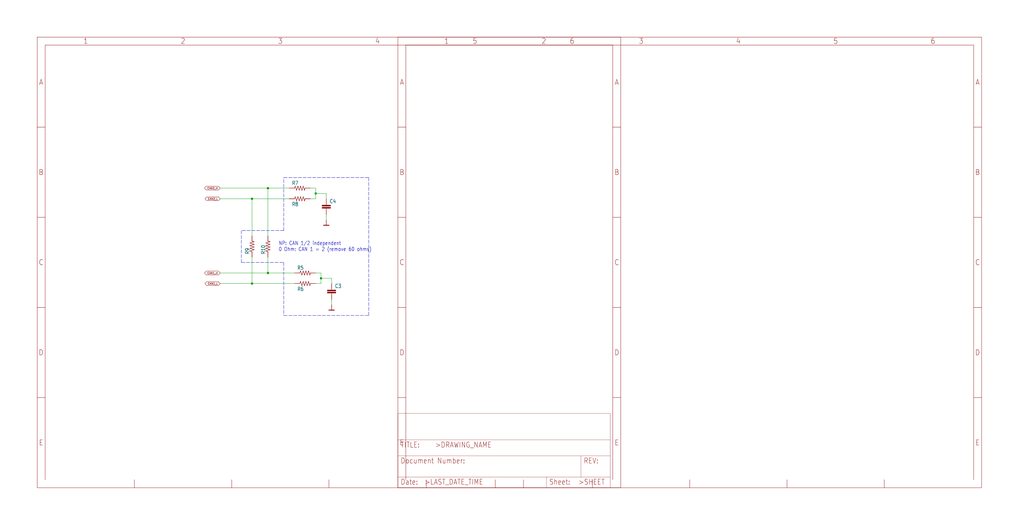
<source format=kicad_sch>
(kicad_sch (version 20211123) (generator eeschema)
  (paper "User" 490.22 254.406)
  (lib_symbols
    (symbol "oresat0-1u-backplane-eagle-import:C-EU0603-C-NOSILK"
      (property "Reference" "C" (at 1.524 0.381 0))
      (property "Value" "C-EU0603-C-NOSILK" (at 1.524 -4.699 0))
      (symbol "C-EU0603-C-NOSILK_1_0"
        (rectangle (start -2.032 -2.032) (end 2.032 -1.524) (fill (type outline)))
        (rectangle (start -2.032 -1.016) (end 2.032 -0.508) (fill (type outline)))
        (polyline (pts (xy 0 -2.54) (xy 0 -2.032)) (stroke (width 0.1524)))
        (polyline (pts (xy 0 0) (xy 0 -0.508)) (stroke (width 0.1524)))
        (pin passive line (at 0 2.54 270) (length 2.54) (name "1") (number "1"))
        (pin passive line (at 0 -5.08 90) (length 2.54) (name "2") (number "2"))
      )
    )
    (symbol "oresat0-1u-backplane-eagle-import:FRAME_A_L"
      (symbol "FRAME_A_L_0_0"
        (polyline (pts (xy 0 43.18) (xy 3.81 43.18)))
        (polyline (pts (xy 0 86.36) (xy 3.81 86.36)))
        (polyline (pts (xy 0 129.54) (xy 3.81 129.54)))
        (polyline (pts (xy 0 172.72) (xy 3.81 172.72)))
        (polyline (pts (xy 3.81 3.81) (xy 3.81 212.09)))
        (polyline (pts (xy 46.5667 0) (xy 46.5667 3.81)))
        (polyline (pts (xy 93.1333 0) (xy 93.1333 3.81)))
        (polyline (pts (xy 139.7 0) (xy 139.7 3.81)))
        (polyline (pts (xy 186.2667 0) (xy 186.2667 3.81)))
        (polyline (pts (xy 232.8333 0) (xy 232.8333 3.81)))
        (polyline (pts (xy 275.59 3.81) (xy 275.59 212.09)))
        (polyline (pts (xy 275.59 43.18) (xy 279.4 43.18)))
        (polyline (pts (xy 275.59 86.36) (xy 279.4 86.36)))
        (polyline (pts (xy 275.59 129.54) (xy 279.4 129.54)))
        (polyline (pts (xy 275.59 172.72) (xy 279.4 172.72)))
        (polyline (pts (xy 275.59 212.09) (xy 3.81 212.09)))
        (polyline (pts (xy 0 0) (xy 279.4 0) (xy 279.4 215.9) (xy 0 215.9) (xy 0 0)))
        (text "1" (at 23.2833 213.995 0) (effects (font (size 2.54 2.286))))
        (text "2" (at 69.85 213.995 0) (effects (font (size 2.54 2.286))))
        (text "3" (at 116.4167 213.995 0) (effects (font (size 2.54 2.286))))
        (text "4" (at 162.9833 213.995 0) (effects (font (size 2.54 2.286))))
        (text "5" (at 209.55 213.995 0) (effects (font (size 2.54 2.286))))
        (text "6" (at 256.1167 213.995 0) (effects (font (size 2.54 2.286))))
        (text "A" (at 1.905 194.31 0) (effects (font (size 2.54 2.286))))
        (text "A" (at 277.495 194.31 0) (effects (font (size 2.54 2.286))))
        (text "B" (at 1.905 151.13 0) (effects (font (size 2.54 2.286))))
        (text "B" (at 277.495 151.13 0) (effects (font (size 2.54 2.286))))
        (text "C" (at 1.905 107.95 0) (effects (font (size 2.54 2.286))))
        (text "C" (at 277.495 107.95 0) (effects (font (size 2.54 2.286))))
        (text "D" (at 1.905 64.77 0) (effects (font (size 2.54 2.286))))
        (text "D" (at 277.495 64.77 0) (effects (font (size 2.54 2.286))))
        (text "E" (at 1.905 21.59 0) (effects (font (size 2.54 2.286))))
        (text "E" (at 277.495 21.59 0) (effects (font (size 2.54 2.286))))
      )
      (symbol "FRAME_A_L_2_0"
        (polyline (pts (xy 0 0) (xy 0 5.08)) (stroke (width 0.1016)))
        (polyline (pts (xy 0 0) (xy 71.12 0)) (stroke (width 0.1016)))
        (polyline (pts (xy 0 5.08) (xy 0 15.24)) (stroke (width 0.1016)))
        (polyline (pts (xy 0 5.08) (xy 71.12 5.08)) (stroke (width 0.1016)))
        (polyline (pts (xy 0 15.24) (xy 0 22.86)) (stroke (width 0.1016)))
        (polyline (pts (xy 0 22.86) (xy 0 35.56)) (stroke (width 0.1016)))
        (polyline (pts (xy 0 22.86) (xy 101.6 22.86)) (stroke (width 0.1016)))
        (polyline (pts (xy 71.12 0) (xy 101.6 0)) (stroke (width 0.1016)))
        (polyline (pts (xy 71.12 5.08) (xy 71.12 0)) (stroke (width 0.1016)))
        (polyline (pts (xy 71.12 5.08) (xy 87.63 5.08)) (stroke (width 0.1016)))
        (polyline (pts (xy 87.63 5.08) (xy 101.6 5.08)) (stroke (width 0.1016)))
        (polyline (pts (xy 87.63 15.24) (xy 0 15.24)) (stroke (width 0.1016)))
        (polyline (pts (xy 87.63 15.24) (xy 87.63 5.08)) (stroke (width 0.1016)))
        (polyline (pts (xy 101.6 5.08) (xy 101.6 0)) (stroke (width 0.1016)))
        (polyline (pts (xy 101.6 15.24) (xy 87.63 15.24)) (stroke (width 0.1016)))
        (polyline (pts (xy 101.6 15.24) (xy 101.6 5.08)) (stroke (width 0.1016)))
        (polyline (pts (xy 101.6 22.86) (xy 101.6 15.24)) (stroke (width 0.1016)))
        (polyline (pts (xy 101.6 35.56) (xy 0 35.56)) (stroke (width 0.1016)))
        (polyline (pts (xy 101.6 35.56) (xy 101.6 22.86)) (stroke (width 0.1016)))
        (text ">DRAWING_NAME" (at 17.78 19.05 0) (effects (font (size 2.54 2.159)) (justify left bottom)))
        (text ">LAST_DATE_TIME" (at 12.7 1.27 0) (effects (font (size 2.54 2.159)) (justify left bottom)))
        (text ">SHEET" (at 86.36 1.27 0) (effects (font (size 2.54 2.159)) (justify left bottom)))
        (text "Date:" (at 1.27 1.27 0) (effects (font (size 2.54 2.159)) (justify left bottom)))
        (text "Document Number:" (at 1.27 11.43 0) (effects (font (size 2.54 2.159)) (justify left bottom)))
        (text "REV:" (at 88.9 11.43 0) (effects (font (size 2.54 2.159)) (justify left bottom)))
        (text "Sheet:" (at 72.39 1.27 0) (effects (font (size 2.54 2.159)) (justify left bottom)))
        (text "TITLE:" (at 1.27 19.05 0) (effects (font (size 2.54 2.159)) (justify left bottom)))
      )
    )
    (symbol "oresat0-1u-backplane-eagle-import:GND" (power)
      (symbol "GND_1_0"
        (polyline (pts (xy -1.27 -2.54) (xy 1.27 -2.54)) (stroke (width 0.4064)))
        (pin power_in line (at 0 0 270) (length 2.54) (name "GND") (number "1"))
      )
    )
    (symbol "oresat0-1u-backplane-eagle-import:R-US_0603-B-NOSILK"
      (property "Reference" "R" (at -3.81 1.4986 0))
      (property "Value" "R-US_0603-B-NOSILK" (at -3.81 -3.302 0))
      (symbol "R-US_0603-B-NOSILK_1_0"
        (polyline (pts (xy -2.54 0) (xy -2.159 1.016)) (stroke (width 0.2032)))
        (polyline (pts (xy -2.159 1.016) (xy -1.524 -1.016)) (stroke (width 0.2032)))
        (polyline (pts (xy -1.524 -1.016) (xy -0.889 1.016)) (stroke (width 0.2032)))
        (polyline (pts (xy -0.889 1.016) (xy -0.254 -1.016)) (stroke (width 0.2032)))
        (polyline (pts (xy -0.254 -1.016) (xy 0.381 1.016)) (stroke (width 0.2032)))
        (polyline (pts (xy 0.381 1.016) (xy 1.016 -1.016)) (stroke (width 0.2032)))
        (polyline (pts (xy 1.016 -1.016) (xy 1.651 1.016)) (stroke (width 0.2032)))
        (polyline (pts (xy 1.651 1.016) (xy 2.286 -1.016)) (stroke (width 0.2032)))
        (polyline (pts (xy 2.286 -1.016) (xy 2.54 0)) (stroke (width 0.2032)))
        (pin passive line (at -5.08 0 0) (length 2.54) (name "1") (number "1"))
        (pin passive line (at 5.08 0 180) (length 2.54) (name "2") (number "2"))
      )
    )
    (symbol "oresat0-1u-backplane-eagle-import:R-US_1206-C"
      (property "Reference" "R" (at -3.81 1.4986 0))
      (property "Value" "R-US_1206-C" (at -3.81 -3.302 0))
      (symbol "R-US_1206-C_1_0"
        (polyline (pts (xy -2.54 0) (xy -2.159 1.016)) (stroke (width 0.2032)))
        (polyline (pts (xy -2.159 1.016) (xy -1.524 -1.016)) (stroke (width 0.2032)))
        (polyline (pts (xy -1.524 -1.016) (xy -0.889 1.016)) (stroke (width 0.2032)))
        (polyline (pts (xy -0.889 1.016) (xy -0.254 -1.016)) (stroke (width 0.2032)))
        (polyline (pts (xy -0.254 -1.016) (xy 0.381 1.016)) (stroke (width 0.2032)))
        (polyline (pts (xy 0.381 1.016) (xy 1.016 -1.016)) (stroke (width 0.2032)))
        (polyline (pts (xy 1.016 -1.016) (xy 1.651 1.016)) (stroke (width 0.2032)))
        (polyline (pts (xy 1.651 1.016) (xy 2.286 -1.016)) (stroke (width 0.2032)))
        (polyline (pts (xy 2.286 -1.016) (xy 2.54 0)) (stroke (width 0.2032)))
        (pin passive line (at -5.08 0 0) (length 2.54) (name "1") (number "1"))
        (pin passive line (at 5.08 0 180) (length 2.54) (name "2") (number "2"))
      )
    )
  )
  (junction (at 120.65 135.89))
  (junction (at 153.67 133.35))
  (junction (at 120.65 95.25))
  (junction (at 151.13 92.71))
  (junction (at 128.27 130.81))
  (junction (at 128.27 90.17))
  (wire (pts (xy 128.27 90.17) (xy 105.41 90.17)))
  (wire (pts (xy 138.43 90.17) (xy 128.27 90.17)))
  (wire (pts (xy 140.97 130.81) (xy 128.27 130.81)))
  (wire (pts (xy 120.65 113.03) (xy 120.65 95.25)))
  (wire (pts (xy 128.27 130.81) (xy 105.41 130.81)))
  (wire (pts (xy 138.43 95.25) (xy 120.65 95.25)))
  (wire (pts (xy 148.59 90.17) (xy 151.13 90.17)))
  (wire (pts (xy 151.13 95.25) (xy 148.59 95.25)))
  (polyline (pts (xy 135.89 110.49) (xy 115.57 110.49)))
  (polyline (pts (xy 135.89 110.49) (xy 135.89 85.09)))
  (polyline (pts (xy 176.53 85.09) (xy 176.53 110.49)))
  (wire (pts (xy 120.65 123.19) (xy 120.65 135.89)))
  (polyline (pts (xy 135.89 151.13) (xy 176.53 151.13)))
  (wire (pts (xy 120.65 135.89) (xy 105.41 135.89)))
  (wire (pts (xy 158.75 135.89) (xy 158.75 133.35)))
  (wire (pts (xy 156.21 102.87) (xy 156.21 105.41)))
  (wire (pts (xy 158.75 143.51) (xy 158.75 146.05)))
  (wire (pts (xy 120.65 95.25) (xy 105.41 95.25)))
  (wire (pts (xy 151.13 92.71) (xy 151.13 95.25)))
  (wire (pts (xy 153.67 133.35) (xy 158.75 133.35)))
  (wire (pts (xy 151.13 90.17) (xy 151.13 92.71)))
  (polyline (pts (xy 115.57 125.73) (xy 135.89 125.73)))
  (wire (pts (xy 153.67 130.81) (xy 153.67 133.35)))
  (polyline (pts (xy 176.53 125.73) (xy 176.53 110.49)))
  (polyline (pts (xy 135.89 85.09) (xy 176.53 85.09)))
  (polyline (pts (xy 176.53 151.13) (xy 176.53 125.73)))
  (wire (pts (xy 151.13 130.81) (xy 153.67 130.81)))
  (wire (pts (xy 151.13 92.71) (xy 156.21 92.71)))
  (polyline (pts (xy 135.89 125.73) (xy 135.89 151.13)))
  (wire (pts (xy 140.97 135.89) (xy 120.65 135.89)))
  (wire (pts (xy 128.27 113.03) (xy 128.27 90.17)))
  (polyline (pts (xy 115.57 110.49) (xy 115.57 125.73)))
  (wire (pts (xy 128.27 123.19) (xy 128.27 130.81)))
  (wire (pts (xy 156.21 92.71) (xy 156.21 95.25)))
  (wire (pts (xy 153.67 133.35) (xy 153.67 135.89)))
  (wire (pts (xy 153.67 135.89) (xy 151.13 135.89)))
  (text "NP: CAN 1/2 independent\n0 Ohm: CAN 1 = 2 (remove 60 ohms)" (at 133.35 120.65 0) (effects (font (size 1.778 1.5113)) (justify left bottom)))
  (global_label "CAN1_H" (shape bidirectional) (at 105.41 130.81 180) (effects (font (size 0.889 0.889))) (property "Intersheet References" "${INTERSHEET_REFS}" (effects hide)))
  (global_label "CAN2_H" (shape bidirectional) (at 105.41 90.17 180) (effects (font (size 0.889 0.889))) (property "Intersheet References" "${INTERSHEET_REFS}" (effects hide)))
  (global_label "CAN2_L" (shape bidirectional) (at 105.41 95.25 180) (effects (font (size 0.889 0.889))) (property "Intersheet References" "${INTERSHEET_REFS}" (effects hide)))
  (global_label "CAN1_L" (shape bidirectional) (at 105.41 135.89 180) (effects (font (size 0.889 0.889))) (property "Intersheet References" "${INTERSHEET_REFS}" (effects hide)))
  (symbol (lib_id "oresat0-1u-backplane-eagle-import:R-US_0603-B-NOSILK") (at 120.65 118.11 90) (unit 1)
    (property "Reference" "R9" (at 119.38 121.92 0) (effects (font (size 1.778 1.5113)) (justify left bottom)))
  )
  (symbol (lib_id "oresat0-1u-backplane-eagle-import:C-EU0603-C-NOSILK") (at 156.21 97.79 0) (unit 1)
    (property "Reference" "C4" (at 157.734 97.409 0) (effects (font (size 1.778 1.5113)) (justify left bottom)))
  )
  (symbol (lib_id "oresat0-1u-backplane-eagle-import:R-US_0603-B-NOSILK") (at 128.27 118.11 90) (unit 1)
    (property "Reference" "R10" (at 127 121.92 0) (effects (font (size 1.778 1.5113)) (justify left bottom)))
  )
  (symbol (lib_id "oresat0-1u-backplane-eagle-import:GND") (at 156.21 105.41 0) (unit 1)
    (property "Reference" "#GND18" (effects hide))
  )
  (symbol (lib_id "oresat0-1u-backplane-eagle-import:FRAME_A_L") (at 190.5 233.68 0) (unit 2)
    (property "Reference" "#FRAME13" (effects hide))
  )
  (symbol (lib_id "oresat0-1u-backplane-eagle-import:R-US_1206-C") (at 146.05 130.81 0) (unit 1)
    (property "Reference" "R5" (at 142.24 129.3114 0) (effects (font (size 1.778 1.5113)) (justify left bottom)))
  )
  (symbol (lib_id "oresat0-1u-backplane-eagle-import:FRAME_A_L") (at 17.78 233.68 0) (unit 1)
    (property "Reference" "#FRAME13" (effects hide))
  )
  (symbol (lib_id "oresat0-1u-backplane-eagle-import:R-US_1206-C") (at 143.51 90.17 0) (unit 1)
    (property "Reference" "R7" (at 139.7 88.6714 0) (effects (font (size 1.778 1.5113)) (justify left bottom)))
  )
  (symbol (lib_id "oresat0-1u-backplane-eagle-import:GND") (at 158.75 146.05 0) (unit 1)
    (property "Reference" "#GND20" (effects hide))
  )
  (symbol (lib_id "oresat0-1u-backplane-eagle-import:R-US_1206-C") (at 143.51 95.25 0) (unit 1)
    (property "Reference" "R8" (at 139.7 98.8314 0) (effects (font (size 1.778 1.5113)) (justify left bottom)))
  )
  (symbol (lib_id "oresat0-1u-backplane-eagle-import:R-US_1206-C") (at 146.05 135.89 0) (unit 1)
    (property "Reference" "R6" (at 142.24 139.4714 0) (effects (font (size 1.778 1.5113)) (justify left bottom)))
  )
  (symbol (lib_id "oresat0-1u-backplane-eagle-import:C-EU0603-C-NOSILK") (at 158.75 138.43 0) (unit 1)
    (property "Reference" "C3" (at 160.274 138.049 0) (effects (font (size 1.778 1.5113)) (justify left bottom)))
  )
)
</source>
